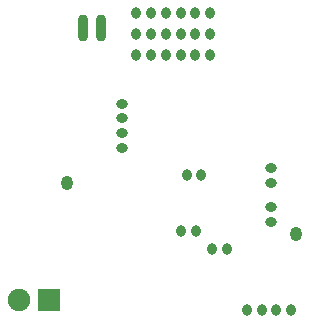
<source format=gbs>
G04 Layer: BottomSolderMaskLayer*
G04 EasyEDA v6.5.40, 2024-02-04 21:12:00*
G04 47bb9c72da8d420c99b3d15ae168fc4e,2e16165ee3bb4678bfb3015e44e098b9,10*
G04 Gerber Generator version 0.2*
G04 Scale: 100 percent, Rotated: No, Reflected: No *
G04 Dimensions in millimeters *
G04 leading zeros omitted , absolute positions ,4 integer and 5 decimal *
%FSLAX45Y45*%
%MOMM*%

%AMMACRO1*1,1,$1,$2,$3*1,1,$1,$4,$5*1,1,$1,0-$2,0-$3*1,1,$1,0-$4,0-$5*20,1,$1,$2,$3,$4,$5,0*20,1,$1,$4,$5,0-$2,0-$3,0*20,1,$1,0-$2,0-$3,0-$4,0-$5,0*20,1,$1,0-$4,0-$5,$2,$3,0*4,1,4,$2,$3,$4,$5,0-$2,0-$3,0-$4,0-$5,$2,$3,0*%
%ADD10O,1.0031984X1.203198*%
%ADD11O,0.7999984X0.9999979999999999*%
%ADD12O,0.9015984X2.3015956*%
%ADD13O,0.9999979999999999X0.7999984*%
%ADD14C,1.9016*%
%ADD15MACRO1,0.1016X0.9X-0.9X-0.9X-0.9*%

%LPD*%
D10*
G01*
X330200Y-1600200D03*
G01*
X2273300Y-2032000D03*
D11*
G01*
X1856206Y-2679700D03*
G01*
X1981200Y-2679700D03*
G01*
X2231212Y-2679700D03*
G01*
X2106193Y-2679700D03*
G01*
X1422400Y-2006600D03*
G01*
X1297406Y-2006600D03*
G01*
X1295400Y-342900D03*
G01*
X1170406Y-342900D03*
G01*
X1420393Y-342900D03*
G01*
X1545386Y-342900D03*
G01*
X1045387Y-342900D03*
G01*
X920394Y-342900D03*
G01*
X1295400Y-165100D03*
G01*
X1170406Y-165100D03*
G01*
X1420393Y-165100D03*
G01*
X1545386Y-165100D03*
G01*
X1045387Y-165100D03*
G01*
X920394Y-165100D03*
G01*
X1295400Y-520700D03*
G01*
X1170406Y-520700D03*
G01*
X1420393Y-520700D03*
G01*
X1545386Y-520700D03*
G01*
X1045387Y-520700D03*
G01*
X920394Y-520700D03*
D12*
G01*
X622300Y-292100D03*
G01*
X472287Y-292100D03*
D13*
G01*
X800100Y-929106D03*
G01*
X800100Y-1054100D03*
G01*
X800100Y-1304112D03*
G01*
X800100Y-1179093D03*
G01*
X2057400Y-1803400D03*
G01*
X2057400Y-1928393D03*
D11*
G01*
X1346200Y-1536700D03*
G01*
X1471193Y-1536700D03*
D13*
G01*
X2057400Y-1473200D03*
G01*
X2057400Y-1598193D03*
D14*
G01*
X-76200Y-2590800D03*
D15*
G01*
X177800Y-2590794D03*
D11*
G01*
X1562100Y-2159000D03*
G01*
X1687093Y-2159000D03*
M02*

</source>
